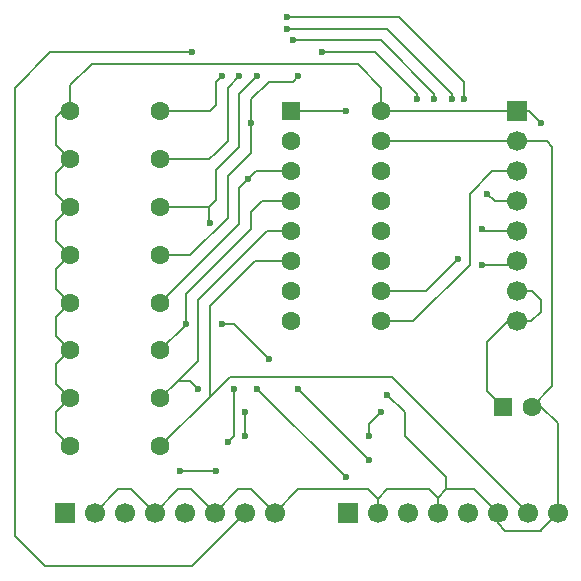
<source format=gbr>
%TF.GenerationSoftware,KiCad,Pcbnew,9.0.5*%
%TF.CreationDate,2025-10-04T13:36:39+01:00*%
%TF.ProjectId,piso,7069736f-2e6b-4696-9361-645f70636258,rev?*%
%TF.SameCoordinates,Original*%
%TF.FileFunction,Copper,L1,Top*%
%TF.FilePolarity,Positive*%
%FSLAX46Y46*%
G04 Gerber Fmt 4.6, Leading zero omitted, Abs format (unit mm)*
G04 Created by KiCad (PCBNEW 9.0.5) date 2025-10-04 13:36:39*
%MOMM*%
%LPD*%
G01*
G04 APERTURE LIST*
G04 Aperture macros list*
%AMRoundRect*
0 Rectangle with rounded corners*
0 $1 Rounding radius*
0 $2 $3 $4 $5 $6 $7 $8 $9 X,Y pos of 4 corners*
0 Add a 4 corners polygon primitive as box body*
4,1,4,$2,$3,$4,$5,$6,$7,$8,$9,$2,$3,0*
0 Add four circle primitives for the rounded corners*
1,1,$1+$1,$2,$3*
1,1,$1+$1,$4,$5*
1,1,$1+$1,$6,$7*
1,1,$1+$1,$8,$9*
0 Add four rect primitives between the rounded corners*
20,1,$1+$1,$2,$3,$4,$5,0*
20,1,$1+$1,$4,$5,$6,$7,0*
20,1,$1+$1,$6,$7,$8,$9,0*
20,1,$1+$1,$8,$9,$2,$3,0*%
G04 Aperture macros list end*
%TA.AperFunction,ComponentPad*%
%ADD10C,1.600000*%
%TD*%
%TA.AperFunction,ComponentPad*%
%ADD11RoundRect,0.250000X-0.550000X-0.550000X0.550000X-0.550000X0.550000X0.550000X-0.550000X0.550000X0*%
%TD*%
%TA.AperFunction,ComponentPad*%
%ADD12R,1.700000X1.700000*%
%TD*%
%TA.AperFunction,ComponentPad*%
%ADD13C,1.700000*%
%TD*%
%TA.AperFunction,ViaPad*%
%ADD14C,0.600000*%
%TD*%
%TA.AperFunction,Conductor*%
%ADD15C,0.200000*%
%TD*%
G04 APERTURE END LIST*
D10*
%TO.P,R3,1*%
%TO.N,+3.3V*%
X134190000Y-68100000D03*
%TO.P,R3,2*%
%TO.N,Net-(J1-Pin_5)*%
X141810000Y-68100000D03*
%TD*%
%TO.P,R4,1*%
%TO.N,+3.3V*%
X134190000Y-72150000D03*
%TO.P,R4,2*%
%TO.N,Net-(J1-Pin_7)*%
X141810000Y-72150000D03*
%TD*%
D11*
%TO.P,U1,1,~{PL}*%
%TO.N,Net-(J3-Pin_5)*%
X152880000Y-60000000D03*
D10*
%TO.P,U1,2,CP*%
%TO.N,Net-(J3-Pin_4)*%
X152880000Y-62540000D03*
%TO.P,U1,3,D4*%
%TO.N,Net-(J2-Pin_1)*%
X152880000Y-65080000D03*
%TO.P,U1,4,D5*%
%TO.N,Net-(J2-Pin_3)*%
X152880000Y-67620000D03*
%TO.P,U1,5,D6*%
%TO.N,Net-(J2-Pin_5)*%
X152880000Y-70160000D03*
%TO.P,U1,6,D7*%
%TO.N,Net-(J2-Pin_7)*%
X152880000Y-72700000D03*
%TO.P,U1,7,~{Q7}*%
%TO.N,unconnected-(U1-~{Q7}-Pad7)*%
X152880000Y-75240000D03*
%TO.P,U1,8,GND*%
%TO.N,GND*%
X152880000Y-77780000D03*
%TO.P,U1,9,Q7*%
%TO.N,Net-(J3-Pin_3)*%
X160500000Y-77780000D03*
%TO.P,U1,10,DS*%
%TO.N,Net-(J3-Pin_6)*%
X160500000Y-75240000D03*
%TO.P,U1,11,D0*%
%TO.N,Net-(J1-Pin_1)*%
X160500000Y-72700000D03*
%TO.P,U1,12,D1*%
%TO.N,Net-(J1-Pin_3)*%
X160500000Y-70160000D03*
%TO.P,U1,13,D2*%
%TO.N,Net-(J1-Pin_5)*%
X160500000Y-67620000D03*
%TO.P,U1,14,D3*%
%TO.N,Net-(J1-Pin_7)*%
X160500000Y-65080000D03*
%TO.P,U1,15,~{CE}*%
%TO.N,GND*%
X160500000Y-62540000D03*
%TO.P,U1,16,VCC*%
%TO.N,+3.3V*%
X160500000Y-60000000D03*
%TD*%
%TO.P,R6,1*%
%TO.N,+3.3V*%
X134190000Y-80250000D03*
%TO.P,R6,2*%
%TO.N,Net-(J2-Pin_3)*%
X141810000Y-80250000D03*
%TD*%
%TO.P,R7,1*%
%TO.N,+3.3V*%
X134190000Y-84300000D03*
%TO.P,R7,2*%
%TO.N,Net-(J2-Pin_5)*%
X141810000Y-84300000D03*
%TD*%
D12*
%TO.P,J1,1,Pin_1*%
%TO.N,Net-(J1-Pin_1)*%
X133720000Y-94000000D03*
D13*
%TO.P,J1,2,Pin_2*%
%TO.N,GND*%
X136260000Y-94000000D03*
%TO.P,J1,3,Pin_3*%
%TO.N,Net-(J1-Pin_3)*%
X138800000Y-94000000D03*
%TO.P,J1,4,Pin_4*%
%TO.N,GND*%
X141340000Y-94000000D03*
%TO.P,J1,5,Pin_5*%
%TO.N,Net-(J1-Pin_5)*%
X143880000Y-94000000D03*
%TO.P,J1,6,Pin_6*%
%TO.N,GND*%
X146420000Y-94000000D03*
%TO.P,J1,7,Pin_7*%
%TO.N,Net-(J1-Pin_7)*%
X148960000Y-94000000D03*
%TO.P,J1,8,Pin_8*%
%TO.N,GND*%
X151500000Y-94000000D03*
%TD*%
D10*
%TO.P,R5,1*%
%TO.N,+3.3V*%
X134190000Y-76200000D03*
%TO.P,R5,2*%
%TO.N,Net-(J2-Pin_1)*%
X141810000Y-76200000D03*
%TD*%
%TO.P,R2,1*%
%TO.N,+3.3V*%
X134190000Y-64050000D03*
%TO.P,R2,2*%
%TO.N,Net-(J1-Pin_3)*%
X141810000Y-64050000D03*
%TD*%
%TO.P,R8,1*%
%TO.N,+3.3V*%
X134190000Y-88350000D03*
%TO.P,R8,2*%
%TO.N,Net-(J2-Pin_7)*%
X141810000Y-88350000D03*
%TD*%
D12*
%TO.P,J3,1,Pin_1*%
%TO.N,+3.3V*%
X172000000Y-60000000D03*
D13*
%TO.P,J3,2,Pin_2*%
%TO.N,GND*%
X172000000Y-62540000D03*
%TO.P,J3,3,Pin_3*%
%TO.N,Net-(J3-Pin_3)*%
X172000000Y-65080000D03*
%TO.P,J3,4,Pin_4*%
%TO.N,Net-(J3-Pin_4)*%
X172000000Y-67620000D03*
%TO.P,J3,5,Pin_5*%
%TO.N,Net-(J3-Pin_5)*%
X172000000Y-70160000D03*
%TO.P,J3,6,Pin_6*%
%TO.N,Net-(J3-Pin_6)*%
X172000000Y-72700000D03*
%TO.P,J3,7,Pin_7*%
%TO.N,+3.3V*%
X172000000Y-75240000D03*
%TO.P,J3,8,Pin_8*%
X172000000Y-77780000D03*
%TD*%
D10*
%TO.P,R1,1*%
%TO.N,+3.3V*%
X134190000Y-60000000D03*
%TO.P,R1,2*%
%TO.N,Net-(J1-Pin_1)*%
X141810000Y-60000000D03*
%TD*%
D12*
%TO.P,J2,1,Pin_1*%
%TO.N,Net-(J2-Pin_1)*%
X157650000Y-94000000D03*
D13*
%TO.P,J2,2,Pin_2*%
%TO.N,GND*%
X160190000Y-94000000D03*
%TO.P,J2,3,Pin_3*%
%TO.N,Net-(J2-Pin_3)*%
X162730000Y-94000000D03*
%TO.P,J2,4,Pin_4*%
%TO.N,GND*%
X165270000Y-94000000D03*
%TO.P,J2,5,Pin_5*%
%TO.N,Net-(J2-Pin_5)*%
X167810000Y-94000000D03*
%TO.P,J2,6,Pin_6*%
%TO.N,GND*%
X170350000Y-94000000D03*
%TO.P,J2,7,Pin_7*%
%TO.N,Net-(J2-Pin_7)*%
X172890000Y-94000000D03*
%TO.P,J2,8,Pin_8*%
%TO.N,GND*%
X175430000Y-94000000D03*
%TD*%
D11*
%TO.P,C1,1*%
%TO.N,+3.3V*%
X170803631Y-85000000D03*
D10*
%TO.P,C1,2*%
%TO.N,GND*%
X173303631Y-85000000D03*
%TD*%
D14*
%TO.N,Net-(J1-Pin_1)*%
X159500000Y-87500000D03*
X147000000Y-57000000D03*
X152500000Y-52000000D03*
X167500000Y-59000000D03*
X160500000Y-85500000D03*
%TO.N,+3.3V*%
X174000000Y-61000000D03*
%TO.N,Net-(J1-Pin_3)*%
X149000000Y-87500000D03*
X146500000Y-90500000D03*
X166500000Y-59000000D03*
X148500000Y-57000000D03*
X143500000Y-90500000D03*
X149000000Y-85500000D03*
X152500000Y-53000000D03*
%TO.N,Net-(J1-Pin_5)*%
X147500000Y-88000000D03*
X148000000Y-83500000D03*
X146000000Y-69500000D03*
X150000000Y-57000000D03*
X153000000Y-54000000D03*
X165000000Y-59000000D03*
%TO.N,Net-(J1-Pin_7)*%
X144500000Y-55000000D03*
X153500000Y-57000000D03*
X163500000Y-59000000D03*
X155500000Y-55000000D03*
X149500000Y-61000000D03*
%TO.N,Net-(J2-Pin_1)*%
X157500000Y-91000000D03*
X149250000Y-65750000D03*
X150000000Y-83500000D03*
%TO.N,Net-(J2-Pin_3)*%
X147000000Y-78000000D03*
X144000000Y-78000000D03*
X151000000Y-81000000D03*
X159500000Y-89500000D03*
X153500000Y-83500000D03*
%TO.N,Net-(J2-Pin_5)*%
X145000000Y-83500000D03*
%TO.N,Net-(J3-Pin_4)*%
X169500000Y-67000000D03*
%TO.N,GND*%
X161000000Y-84000000D03*
%TO.N,Net-(J3-Pin_5)*%
X169000000Y-70000000D03*
X157500000Y-60000000D03*
%TO.N,Net-(J3-Pin_6)*%
X169000000Y-73000000D03*
X167000000Y-72500000D03*
%TD*%
D15*
%TO.N,Net-(J1-Pin_1)*%
X162000000Y-52000000D02*
X167000000Y-57000000D01*
X159500000Y-86500000D02*
X159500000Y-87500000D01*
X146500000Y-57500000D02*
X147000000Y-57000000D01*
X161500000Y-52000000D02*
X162000000Y-52000000D01*
X146500000Y-59500000D02*
X146500000Y-58000000D01*
X146000000Y-60000000D02*
X146500000Y-59500000D01*
X167500000Y-57500000D02*
X167500000Y-59000000D01*
X167000000Y-57000000D02*
X167500000Y-57500000D01*
X152500000Y-52000000D02*
X161500000Y-52000000D01*
X146500000Y-58000000D02*
X146500000Y-57500000D01*
X141810000Y-60000000D02*
X146000000Y-60000000D01*
X160500000Y-85500000D02*
X159500000Y-86500000D01*
%TO.N,+3.3V*%
X133000000Y-81440000D02*
X133000000Y-83110000D01*
X133000000Y-79060000D02*
X134190000Y-80250000D01*
X134190000Y-60000000D02*
X134190000Y-57810000D01*
X133000000Y-60500000D02*
X133000000Y-62860000D01*
X133000000Y-87160000D02*
X133000000Y-85490000D01*
X174000000Y-76000000D02*
X174000000Y-77000000D01*
X133000000Y-70960000D02*
X134190000Y-72150000D01*
X173240000Y-75240000D02*
X174000000Y-76000000D01*
X160500000Y-58000000D02*
X160500000Y-60000000D01*
X133000000Y-67000000D02*
X133000000Y-65240000D01*
X134190000Y-68100000D02*
X133000000Y-69290000D01*
X133000000Y-85490000D02*
X134190000Y-84300000D01*
X134190000Y-72150000D02*
X133000000Y-73340000D01*
X133000000Y-73340000D02*
X133000000Y-75010000D01*
X169500000Y-79500000D02*
X169500000Y-83696369D01*
X174000000Y-77000000D02*
X173220000Y-77780000D01*
X134190000Y-88350000D02*
X133000000Y-87160000D01*
X133000000Y-75010000D02*
X134190000Y-76200000D01*
X169500000Y-83696369D02*
X170803631Y-85000000D01*
X134190000Y-80250000D02*
X133000000Y-81440000D01*
X171220000Y-77780000D02*
X169500000Y-79500000D01*
X133500000Y-60000000D02*
X133000000Y-60500000D01*
X133000000Y-65240000D02*
X134190000Y-64050000D01*
X136000000Y-56000000D02*
X158500000Y-56000000D01*
X133000000Y-62860000D02*
X134190000Y-64050000D01*
X134100000Y-68100000D02*
X133000000Y-67000000D01*
X134190000Y-76200000D02*
X133000000Y-77390000D01*
X173000000Y-60000000D02*
X174000000Y-61000000D01*
X134190000Y-68100000D02*
X134100000Y-68100000D01*
X134190000Y-57810000D02*
X136000000Y-56000000D01*
X133000000Y-77390000D02*
X133000000Y-79060000D01*
X133000000Y-69290000D02*
X133000000Y-70960000D01*
X172000000Y-77780000D02*
X171220000Y-77780000D01*
X133000000Y-83110000D02*
X134190000Y-84300000D01*
X158500000Y-56000000D02*
X160500000Y-58000000D01*
X172000000Y-60000000D02*
X173000000Y-60000000D01*
X172000000Y-75240000D02*
X173240000Y-75240000D01*
X173220000Y-77780000D02*
X172000000Y-77780000D01*
X172000000Y-60000000D02*
X160500000Y-60000000D01*
X134190000Y-60000000D02*
X133500000Y-60000000D01*
%TO.N,Net-(J1-Pin_3)*%
X141810000Y-64050000D02*
X145950000Y-64050000D01*
X152500000Y-53000000D02*
X160500000Y-53000000D01*
X166500000Y-58500000D02*
X166500000Y-59000000D01*
X145950000Y-64050000D02*
X146500000Y-63500000D01*
X146500000Y-90500000D02*
X143500000Y-90500000D01*
X147500000Y-62500000D02*
X147500000Y-58000000D01*
X160500000Y-53000000D02*
X161000000Y-53000000D01*
X161000000Y-53000000D02*
X166500000Y-58500000D01*
X149000000Y-85500000D02*
X149000000Y-87500000D01*
X146500000Y-63500000D02*
X147500000Y-62500000D01*
X147500000Y-58000000D02*
X148500000Y-57000000D01*
%TO.N,Net-(J1-Pin_5)*%
X148500000Y-58500000D02*
X150000000Y-57000000D01*
X141810000Y-68100000D02*
X145900000Y-68100000D01*
X148500000Y-63000000D02*
X148500000Y-58500000D01*
X148000000Y-87500000D02*
X148000000Y-83500000D01*
X145900000Y-69400000D02*
X145900000Y-68100000D01*
X146500000Y-67500000D02*
X146500000Y-65000000D01*
X153000000Y-54000000D02*
X160500000Y-54000000D01*
X145900000Y-68100000D02*
X146500000Y-67500000D01*
X146000000Y-69500000D02*
X145900000Y-69400000D01*
X165000000Y-58500000D02*
X165000000Y-59000000D01*
X146500000Y-65000000D02*
X148500000Y-63000000D01*
X147500000Y-88000000D02*
X148000000Y-87500000D01*
X160500000Y-54000000D02*
X165000000Y-58500000D01*
%TO.N,Net-(J1-Pin_7)*%
X151000000Y-57500000D02*
X153000000Y-57500000D01*
X129500000Y-96000000D02*
X129500000Y-58000000D01*
X149500000Y-61000000D02*
X149500000Y-59000000D01*
X163500000Y-58500000D02*
X163500000Y-59000000D01*
X153000000Y-57500000D02*
X153500000Y-57000000D01*
X141810000Y-72150000D02*
X144350000Y-72150000D01*
X160000000Y-55000000D02*
X163500000Y-58500000D01*
X147500000Y-65500000D02*
X149500000Y-63500000D01*
X129500000Y-58000000D02*
X132500000Y-55000000D01*
X144350000Y-72150000D02*
X147500000Y-69000000D01*
X148960000Y-94000000D02*
X144460000Y-98500000D01*
X144460000Y-98500000D02*
X132000000Y-98500000D01*
X147500000Y-69000000D02*
X147500000Y-65500000D01*
X132000000Y-98500000D02*
X129500000Y-96000000D01*
X149500000Y-63500000D02*
X149500000Y-61000000D01*
X132500000Y-55000000D02*
X144500000Y-55000000D01*
X155500000Y-55000000D02*
X160000000Y-55000000D01*
X149500000Y-59000000D02*
X151000000Y-57500000D01*
%TO.N,Net-(J2-Pin_1)*%
X148500000Y-69510000D02*
X148500000Y-66500000D01*
X149920000Y-65080000D02*
X152880000Y-65080000D01*
X148500000Y-66500000D02*
X149250000Y-65750000D01*
X157500000Y-91000000D02*
X150000000Y-83500000D01*
X149250000Y-65750000D02*
X149920000Y-65080000D01*
X141810000Y-76200000D02*
X148500000Y-69510000D01*
%TO.N,Net-(J2-Pin_3)*%
X144000000Y-75500000D02*
X149500000Y-70000000D01*
X149500000Y-70000000D02*
X149500000Y-68500000D01*
X148000000Y-78000000D02*
X147000000Y-78000000D01*
X149500000Y-68500000D02*
X150380000Y-67620000D01*
X159500000Y-89500000D02*
X153500000Y-83500000D01*
X144000000Y-78060000D02*
X144000000Y-78000000D01*
X144000000Y-78000000D02*
X144000000Y-75500000D01*
X151000000Y-81000000D02*
X148000000Y-78000000D01*
X141810000Y-80250000D02*
X144000000Y-78060000D01*
X150380000Y-67620000D02*
X152880000Y-67620000D01*
%TO.N,Net-(J2-Pin_5)*%
X145000000Y-83500000D02*
X144305000Y-82805000D01*
X145000000Y-81110000D02*
X145000000Y-76000000D01*
X145000000Y-76000000D02*
X150840000Y-70160000D01*
X144305000Y-82805000D02*
X143305000Y-82805000D01*
X141810000Y-84300000D02*
X143305000Y-82805000D01*
X143305000Y-82805000D02*
X145000000Y-81110000D01*
X150840000Y-70160000D02*
X152880000Y-70160000D01*
%TO.N,Net-(J2-Pin_7)*%
X172890000Y-94000000D02*
X161390000Y-82500000D01*
X146000000Y-84160000D02*
X146000000Y-76500000D01*
X161390000Y-82500000D02*
X147660000Y-82500000D01*
X147660000Y-82500000D02*
X146000000Y-84160000D01*
X141810000Y-88350000D02*
X146000000Y-84160000D01*
X146000000Y-76500000D02*
X149800000Y-72700000D01*
X149800000Y-72700000D02*
X152880000Y-72700000D01*
%TO.N,Net-(J3-Pin_4)*%
X170120000Y-67620000D02*
X169500000Y-67000000D01*
X172000000Y-67620000D02*
X170120000Y-67620000D01*
%TO.N,GND*%
X174540000Y-62540000D02*
X175000000Y-63000000D01*
X138260000Y-92000000D02*
X136260000Y-94000000D01*
X165270000Y-92730000D02*
X165270000Y-94000000D01*
X174000000Y-85000000D02*
X173303631Y-85000000D01*
X144420000Y-92000000D02*
X143340000Y-92000000D01*
X153500000Y-92000000D02*
X159380000Y-92000000D01*
X161000000Y-84000000D02*
X162500000Y-85500000D01*
X159380000Y-92000000D02*
X160190000Y-92810000D01*
X151500000Y-94000000D02*
X149500000Y-92000000D01*
X164540000Y-92000000D02*
X165270000Y-92730000D01*
X170350000Y-94000000D02*
X170350000Y-94850000D01*
X175000000Y-83303631D02*
X173303631Y-85000000D01*
X162500000Y-85500000D02*
X162500000Y-87500000D01*
X174000000Y-95500000D02*
X174000000Y-95430000D01*
X166000000Y-92000000D02*
X165270000Y-92730000D01*
X162500000Y-87500000D02*
X166000000Y-91000000D01*
X166000000Y-91000000D02*
X166000000Y-92000000D01*
X160190000Y-92810000D02*
X161000000Y-92000000D01*
X170350000Y-94850000D02*
X171000000Y-95500000D01*
X175430000Y-94000000D02*
X175430000Y-86430000D01*
X143340000Y-92000000D02*
X141340000Y-94000000D01*
X168350000Y-92000000D02*
X166000000Y-92000000D01*
X146420000Y-94000000D02*
X144420000Y-92000000D01*
X139340000Y-92000000D02*
X138260000Y-92000000D01*
X172000000Y-62540000D02*
X174540000Y-62540000D01*
X160190000Y-94000000D02*
X160190000Y-92810000D01*
X175000000Y-63000000D02*
X175000000Y-83303631D01*
X149500000Y-92000000D02*
X148420000Y-92000000D01*
X161000000Y-92000000D02*
X164540000Y-92000000D01*
X148420000Y-92000000D02*
X146420000Y-94000000D01*
X174000000Y-95430000D02*
X175430000Y-94000000D01*
X171000000Y-95500000D02*
X174000000Y-95500000D01*
X175430000Y-86430000D02*
X174000000Y-85000000D01*
X151500000Y-94000000D02*
X153500000Y-92000000D01*
X170350000Y-94000000D02*
X168350000Y-92000000D01*
X172000000Y-62540000D02*
X160500000Y-62540000D01*
X141340000Y-94000000D02*
X139340000Y-92000000D01*
%TO.N,Net-(J3-Pin_5)*%
X172000000Y-70160000D02*
X169160000Y-70160000D01*
X157500000Y-60000000D02*
X152880000Y-60000000D01*
X169160000Y-70160000D02*
X169000000Y-70000000D01*
%TO.N,Net-(J3-Pin_6)*%
X160500000Y-75240000D02*
X164260000Y-75240000D01*
X164260000Y-75240000D02*
X167000000Y-72500000D01*
X171700000Y-73000000D02*
X172000000Y-72700000D01*
X169000000Y-73000000D02*
X171700000Y-73000000D01*
%TO.N,Net-(J3-Pin_3)*%
X169920000Y-65080000D02*
X172000000Y-65080000D01*
X168000000Y-67000000D02*
X169920000Y-65080000D01*
X163220000Y-77780000D02*
X168000000Y-73000000D01*
X168000000Y-73000000D02*
X168000000Y-67000000D01*
X160500000Y-77780000D02*
X163220000Y-77780000D01*
%TD*%
M02*

</source>
